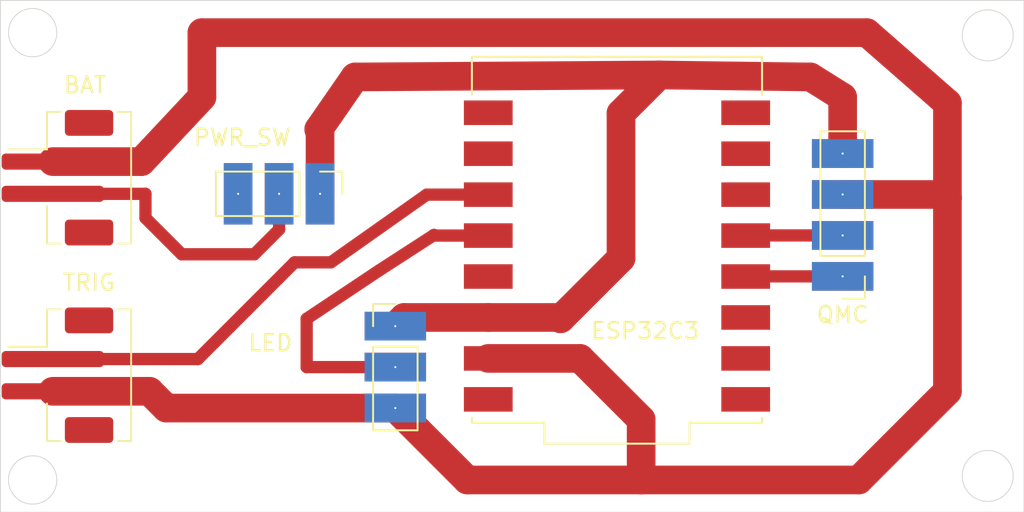
<source format=kicad_pcb>
(kicad_pcb (version 20241229) (generator "pcbnew") (generator_version "9.0")
  (layers (0 "F.Cu" signal) (2 "B.Cu" signal) (13 "F.Paste" user) (15 "B.Paste" user) (5 "F.SilkS" user "F.Silkscreen") (7 "B.SilkS" user "B.Silkscreen") (1 "F.Mask" user) (3 "B.Mask" user) (25 "Edge.Cuts" user))
  (net 0 "")
  (net 1 "GND")
  (net 2 "+3V3")
  (net 3 "SIG")
  (net 5 "SCL")
  (net 6 "SDA")
  (net 17 "Net-(J1-Pin_2)")
  (net 18 "Net-(J5-Pin_1)")
  (footprint "ESP32-C3_SUPERMINI_SMD:MODULE_ESP32-C3_SUPERMINI" (layer "F.Cu") (at 38.25 14.85 180)
    (property "Reference" "ESP32C3" (at -1.75 -5.65 0) (layer "F.SilkS"))
    (property "Value" "ESP32-C3_SUPERMINI_SMD")
    (fp_line (start 9 11.35) (end 9 9) (stroke (width 0.127)) (layer "F.SilkS"))
    (fp_line (start 9 11.35) (end -9 11.35) (stroke (width 0.127)) (layer "F.SilkS"))
    (fp_line (start 9 -11.05) (end 9 -11.35) (stroke (width 0.127)) (layer "F.SilkS"))
    (fp_line (start 9 -11.35) (end 4.5 -11.35) (stroke (width 0.127)) (layer "F.SilkS"))
    (fp_line (start 4.5 -12.65) (end 4.5 -11.35) (stroke (width 0.127)) (layer "F.SilkS"))
    (fp_line (start 4.5 -12.65) (end -4.5 -12.65) (stroke (width 0.127)) (layer "F.SilkS"))
    (fp_line (start -4.5 -11.35) (end -9 -11.35) (stroke (width 0.127)) (layer "F.SilkS"))
    (fp_line (start -4.5 -12.65) (end -4.5 -11.35) (stroke (width 0.127)) (layer "F.SilkS"))
    (fp_line (start -9 11.35) (end -9 9) (stroke (width 0.127)) (layer "F.SilkS"))
    (fp_line (start -9 -11.05) (end -9 -11.35) (stroke (width 0.127)) (layer "F.SilkS"))
    (pad "0" smd rect (at 7.985 7.88 180) (size 3.025 1.524) (layers "F.Cu" "F.Mask" "F.Paste"))
    (pad "1" smd rect (at 7.985 5.34 180) (size 3.025 1.524) (layers "F.Cu" "F.Mask" "F.Paste"))
    (pad "2" smd rect (at 7.985 2.8 180) (size 3.025 1.524) (layers "F.Cu" "F.Mask" "F.Paste") (net 18 "Net-(J5-Pin_1)"))
    (pad "3" smd rect (at 7.985 0.26 180) (size 3.025 1.524) (layers "F.Cu" "F.Mask" "F.Paste") (net 3 "SIG"))
    (pad "3.3" smd rect (at 7.985 -4.82 180) (size 3.025 1.524) (layers "F.Cu" "F.Mask" "F.Paste") (net 2 "+3V3"))
    (pad "4" smd rect (at 7.985 -2.28 180) (size 3.025 1.524) (layers "F.Cu" "F.Mask" "F.Paste"))
    (pad "5" smd rect (at -7.985 -9.9 180) (size 3.025 1.524) (layers "F.Cu" "F.Mask" "F.Paste"))
    (pad "5V" smd rect (at 7.985 -9.9 180) (size 3.025 1.524) (layers "F.Cu" "F.Mask" "F.Paste"))
    (pad "6" smd rect (at -7.985 -7.36 180) (size 3.025 1.524) (layers "F.Cu" "F.Mask" "F.Paste"))
    (pad "7" smd rect (at -7.985 -4.82 180) (size 3.025 1.524) (layers "F.Cu" "F.Mask" "F.Paste"))
    (pad "8" smd rect (at -7.985 -2.28 180) (size 3.025 1.524) (layers "F.Cu" "F.Mask" "F.Paste") (net 6 "SDA"))
    (pad "9" smd rect (at -7.985 0.26 180) (size 3.025 1.524) (layers "F.Cu" "F.Mask" "F.Paste") (net 5 "SCL"))
    (pad "10" smd rect (at -7.985 2.8 180) (size 3.025 1.524) (layers "F.Cu" "F.Mask" "F.Paste"))
    (pad "20" smd rect (at -7.985 5.34 180) (size 3.025 1.524) (layers "F.Cu" "F.Mask" "F.Paste"))
    (pad "21" smd rect (at -7.985 7.88 180) (size 3.025 1.524) (layers "F.Cu" "F.Mask" "F.Paste"))
    (pad "G" smd rect (at 7.985 -7.36 180) (size 3.025 1.524) (layers "F.Cu" "F.Mask" "F.Paste") (net 1 "GND"))
  )
  (footprint "Connector_PinHeader_2.54mm:PinHeader_1x03_P2.54mm_Vertical" (layer "F.Cu") (at 19.83 12 -90)
    (property "Reference" "PWR_SW" (at -3.5 4.83 0) (layer "F.SilkS"))
    (property "Value" "PWR_SW")
    (fp_line (start -1.38 6.46) (end 1.38 6.46) (stroke (width 0.12)) (layer "F.SilkS"))
    (fp_line (start -1.38 1.27) (end -1.38 6.46) (stroke (width 0.12)) (layer "F.SilkS"))
    (fp_line (start -1.38 1.27) (end 1.38 1.27) (stroke (width 0.12)) (layer "F.SilkS"))
    (fp_line (start 1.38 1.27) (end 1.38 6.46) (stroke (width 0.12)) (layer "F.SilkS"))
    (fp_line (start -1.38 0) (end -1.38 -1.38) (stroke (width 0.12)) (layer "F.SilkS"))
    (fp_line (start -1.38 -1.38) (end 0 -1.38) (stroke (width 0.12)) (layer "F.SilkS"))
    (pad "1" thru_hole rect (at 0 0 270) (size 3.81 1.778) (drill 0.127) (layers "*.Cu" "*.Mask") (net 2 "+3V3"))
    (pad "2" thru_hole rect (at 0 2.54 270) (size 3.81 1.778) (drill 0.127) (layers "*.Cu" "*.Mask") (net 17 "Net-(J1-Pin_2)"))
    (pad "3" thru_hole rect (at 0 5.08 270) (size 3.81 1.778) (drill 0.127) (layers "*.Cu" "*.Mask"))
  )
  (footprint "Connector_JST:JST_PH_B2B-PH-SM4-TB_1x02-1MP_P2.00mm_Vertical" (layer "F.Cu") (at 3.75 23.25 -90)
    (property "Reference" "TRIG" (at -5.75 -1.75 0) (layer "F.SilkS"))
    (property "Value" "TRIG")
    (fp_line (start -4.085 0.86) (end -1.76 0.86) (stroke (width 0.12)) (layer "F.SilkS"))
    (fp_line (start -1.76 0.86) (end -1.76 3.25) (stroke (width 0.12)) (layer "F.SilkS"))
    (fp_line (start 4.085 0.86) (end 1.76 0.86) (stroke (width 0.12)) (layer "F.SilkS"))
    (fp_line (start -4.085 0.01) (end -4.085 0.86) (stroke (width 0.12)) (layer "F.SilkS"))
    (fp_line (start 4.085 0.01) (end 4.085 0.86) (stroke (width 0.12)) (layer "F.SilkS"))
    (fp_line (start -4.085 -3.51) (end -4.085 -4.36) (stroke (width 0.12)) (layer "F.SilkS"))
    (fp_line (start -4.085 -4.36) (end 4.085 -4.36) (stroke (width 0.12)) (layer "F.SilkS"))
    (fp_line (start 4.085 -4.36) (end 4.085 -3.51) (stroke (width 0.12)) (layer "F.SilkS"))
    (pad "1" smd roundrect (at -1 0.5 270) (size 1 6.35) (layers "F.Cu" "F.Mask" "F.Paste") (net 18 "Net-(J5-Pin_1)"))
    (pad "2" smd roundrect (at 1 0.5 270) (size 1 6.35) (layers "F.Cu" "F.Mask" "F.Paste") (net 1 "GND"))
    (pad "MP" smd roundrect (at -3.4 -1.75 270) (size 1.6 3) (layers "F.Cu" "F.Mask" "F.Paste") (roundrect_rratio 0.15625))
    (pad "MP" smd roundrect (at 3.4 -1.75 270) (size 1.6 3) (layers "F.Cu" "F.Mask" "F.Paste") (roundrect_rratio 0.15625))
  )
  (footprint "Connector_JST:JST_PH_B2B-PH-SM4-TB_1x02-1MP_P2.00mm_Vertical" (layer "F.Cu") (at 3.75 11 -90)
    (property "Reference" "BAT" (at -5.75 -1.5 0) (layer "F.SilkS"))
    (property "Value" "BAT")
    (fp_line (start -4.085 0.86) (end -1.76 0.86) (stroke (width 0.12)) (layer "F.SilkS"))
    (fp_line (start -1.76 0.86) (end -1.76 3.25) (stroke (width 0.12)) (layer "F.SilkS"))
    (fp_line (start 4.085 0.86) (end 1.76 0.86) (stroke (width 0.12)) (layer "F.SilkS"))
    (fp_line (start -4.085 0.01) (end -4.085 0.86) (stroke (width 0.12)) (layer "F.SilkS"))
    (fp_line (start 4.085 0.01) (end 4.085 0.86) (stroke (width 0.12)) (layer "F.SilkS"))
    (fp_line (start -4.085 -3.51) (end -4.085 -4.36) (stroke (width 0.12)) (layer "F.SilkS"))
    (fp_line (start -4.085 -4.36) (end 4.085 -4.36) (stroke (width 0.12)) (layer "F.SilkS"))
    (fp_line (start 4.085 -4.36) (end 4.085 -3.51) (stroke (width 0.12)) (layer "F.SilkS"))
    (pad "1" smd roundrect (at -1 0.5 270) (size 1 6.35) (layers "F.Cu" "F.Mask" "F.Paste") (net 1 "GND"))
    (pad "2" smd roundrect (at 1 0.5 270) (size 1 6.35) (layers "F.Cu" "F.Mask" "F.Paste") (net 17 "Net-(J1-Pin_2)"))
    (pad "MP" smd roundrect (at -3.4 -1.75 270) (size 1.6 3) (layers "F.Cu" "F.Mask" "F.Paste") (roundrect_rratio 0.15625))
    (pad "MP" smd roundrect (at 3.4 -1.75 270) (size 1.6 3) (layers "F.Cu" "F.Mask" "F.Paste") (roundrect_rratio 0.15625))
  )
  (footprint "Connector_PinHeader_2.54mm:PinHeader_1x04_P2.54mm_Vertical" (layer "F.Cu") (at 52.25 17.12 180)
    (property "Reference" "QMC" (at 0 -2.38 0) (layer "F.SilkS"))
    (property "Value" "QMC5833")
    (fp_line (start 1.38 1.27) (end 1.38 9) (stroke (width 0.12)) (layer "F.SilkS"))
    (fp_line (start -1.38 9) (end 1.38 9) (stroke (width 0.12)) (layer "F.SilkS"))
    (fp_line (start -1.38 1.27) (end 1.38 1.27) (stroke (width 0.12)) (layer "F.SilkS"))
    (fp_line (start -1.38 1.27) (end -1.38 9) (stroke (width 0.12)) (layer "F.SilkS"))
    (fp_line (start -1.38 0) (end -1.38 -1.38) (stroke (width 0.12)) (layer "F.SilkS"))
    (fp_line (start -1.38 -1.38) (end 0 -1.38) (stroke (width 0.12)) (layer "F.SilkS"))
    (pad "1" thru_hole rect (at 0 0 180) (size 3.81 1.778) (drill 0.127) (layers "*.Cu" "*.Mask") (net 6 "SDA"))
    (pad "2" thru_hole rect (at 0 2.54 180) (size 3.81 1.778) (drill 0.127) (layers "*.Cu" "*.Mask") (net 5 "SCL"))
    (pad "3" thru_hole rect (at 0 5.08 180) (size 3.81 1.778) (drill 0.127) (layers "*.Cu" "*.Mask") (net 1 "GND"))
    (pad "4" thru_hole rect (at 0 7.62 180) (size 3.81 1.778) (drill 0.127) (layers "*.Cu" "*.Mask") (net 2 "+3V3"))
  )
  (footprint "Connector_PinHeader_2.54mm:PinHeader_1x03_P2.54mm_Vertical" (layer "F.Cu") (at 24.5 20.21)
    (property "Reference" "LED" (at -7.75 1.04 0) (layer "F.SilkS"))
    (property "Value" "LED_NEOPIXEL")
    (fp_line (start -1.38 -1.38) (end 0 -1.38) (stroke (width 0.12)) (layer "F.SilkS"))
    (fp_line (start -1.38 0) (end -1.38 -1.38) (stroke (width 0.12)) (layer "F.SilkS"))
    (fp_line (start -1.38 1.27) (end -1.38 6.46) (stroke (width 0.12)) (layer "F.SilkS"))
    (fp_line (start -1.38 1.27) (end 1.38 1.27) (stroke (width 0.12)) (layer "F.SilkS"))
    (fp_line (start -1.38 6.46) (end 1.38 6.46) (stroke (width 0.12)) (layer "F.SilkS"))
    (fp_line (start 1.38 1.27) (end 1.38 6.46) (stroke (width 0.12)) (layer "F.SilkS"))
    (pad "1" thru_hole rect (at 0 0) (size 3.81 1.778) (drill 0.127) (layers "*.Cu" "*.Mask") (net 2 "+3V3"))
    (pad "2" thru_hole rect (at 0 2.54) (size 3.81 1.778) (drill 0.127) (layers "*.Cu" "*.Mask") (net 3 "SIG"))
    (pad "3" thru_hole rect (at 0 5.08) (size 3.81 1.778) (drill 0.127) (layers "*.Cu" "*.Mask") (net 1 "GND"))
  )
  (gr_circle (center 2 29.75) (end 2 28.25) (stroke (width 0.05)) (fill no) (layer "Edge.Cuts"))
  (gr_circle (center 2 2) (end 2 0.5) (stroke (width 0.05)) (fill no) (layer "Edge.Cuts"))
  (gr_circle (center 61.25 2.168861) (end 59.75 2.668861) (stroke (width 0.05)) (fill no) (layer "Edge.Cuts"))
  (gr_rect (start 0 0) (end 63.5 31.75) (stroke (width 0.05)) (fill no) (layer "Edge.Cuts"))
  (gr_circle (center 61.25 29.5) (end 60.75 28) (stroke (width 0.05)) (fill no) (layer "Edge.Cuts"))
  (segment (start 9.25 24.25) (end 3.25 24.25) (width 1.778) (layer "F.Cu") (net 1))
  (segment (start 58.75 24.25) (end 58.75 12.25) (width 1.778) (layer "F.Cu") (net 1))
  (segment (start 58.54 12.04) (end 52.25 12.04) (width 1.778) (layer "F.Cu") (net 1))
  (segment (start 8.75 10) (end 3.25 10) (width 1.778) (layer "F.Cu") (net 1))
  (segment (start 39.75 26) (end 35.96 22.21) (width 1.778) (layer "F.Cu") (net 1))
  (segment (start 39.75 29.75) (end 39.75 26) (width 1.778) (layer "F.Cu") (net 1))
  (segment (start 58.75 12.25) (end 58.54 12.04) (width 1.778) (layer "F.Cu") (net 1))
  (segment (start 10.29 25.29) (end 9.25 24.25) (width 1.778) (layer "F.Cu") (net 1))
  (segment (start 58.75 6.371) (end 53.75 2) (width 1.778) (layer "F.Cu") (net 1))
  (segment (start 12.5 2) (end 12.5 6) (width 1.778) (layer "F.Cu") (net 1))
  (segment (start 58.75 12.25) (end 58.75 6.371) (width 1.778) (layer "F.Cu") (net 1))
  (segment (start 28.96 29.75) (end 24.5 25.29) (width 1.778) (layer "F.Cu") (net 1))
  (segment (start 53.75 2) (end 12.5 2) (width 1.778) (layer "F.Cu") (net 1))
  (segment (start 39.75 29.75) (end 53.25 29.75) (width 1.778) (layer "F.Cu") (net 1))
  (segment (start 39.75 29.75) (end 28.96 29.75) (width 1.778) (layer "F.Cu") (net 1))
  (segment (start 12.5 6) (end 8.75 10) (width 1.778) (layer "F.Cu") (net 1))
  (segment (start 24.5 25.29) (end 10.29 25.29) (width 1.778) (layer "F.Cu") (net 1))
  (segment (start 53.25 29.75) (end 58.75 24.25) (width 1.778) (layer "F.Cu") (net 1))
  (segment (start 35.96 22.21) (end 30.265 22.21) (width 1.778) (layer "F.Cu") (net 1))
  (segment (start 40.875 4.625) (end 38.5 7) (width 1.778) (layer "F.Cu") (net 2))
  (segment (start 38.5 16) (end 34.75 19.75) (width 1.778) (layer "F.Cu") (net 2))
  (segment (start 50.25 4.75) (end 40.875 4.625) (width 1.778) (layer "F.Cu") (net 2))
  (segment (start 22 4.75) (end 19.75 8) (width 1.778) (layer "F.Cu") (net 2))
  (segment (start 19.75 8) (end 19.83 8.08) (width 1.778) (layer "F.Cu") (net 2))
  (segment (start 34.75 19.75) (end 34.67 19.67) (width 1.778) (layer "F.Cu") (net 2))
  (segment (start 52.25 9.5) (end 52.25 6) (width 1.778) (layer "F.Cu") (net 2))
  (segment (start 52.25 6) (end 50.25 4.75) (width 1.778) (layer "F.Cu") (net 2))
  (segment (start 34.67 19.67) (end 30.265 19.67) (width 1.778) (layer "F.Cu") (net 2))
  (segment (start 25.04 19.67) (end 30.265 19.67) (width 1.778) (layer "F.Cu") (net 2))
  (segment (start 24.5 20.21) (end 25.04 19.67) (width 1.778) (layer "F.Cu") (net 2))
  (segment (start 38.5 7) (end 38.5 16) (width 1.778) (layer "F.Cu") (net 2))
  (segment (start 40.875 4.625) (end 22 4.75) (width 1.778) (layer "F.Cu") (net 2))
  (segment (start 19.83 8.08) (end 19.83 12) (width 1.778) (layer "F.Cu") (net 2))
  (segment (start 19 22.75) (end 19 19.75) (width 0.762) (layer "F.Cu") (net 3))
  (segment (start 24.5 22.75) (end 19 22.75) (width 0.762) (layer "F.Cu") (net 3))
  (segment (start 26.84 14.59) (end 30.265 14.59) (width 0.762) (layer "F.Cu") (net 3))
  (segment (start 19 19.75) (end 23.5 16.75) (width 0.762) (layer "F.Cu") (net 3))
  (segment (start 23.5 16.75) (end 26.9 14.55) (width 0.762) (layer "F.Cu") (net 3))
  (segment (start 26.9 14.55) (end 26.84 14.59) (width 0.762) (layer "F.Cu") (net 3))
  (segment (start 46.305 14.52) (end 46.235 14.59) (width 0.762) (layer "F.Cu") (net 5))
  (segment (start 46.245 14.58) (end 46.235 14.59) (width 0.762) (layer "F.Cu") (net 5))
  (segment (start 52.25 14.58) (end 46.245 14.58) (width 0.762) (layer "F.Cu") (net 5))
  (segment (start 52.25 17.12) (end 46.245 17.12) (width 0.762) (layer "F.Cu") (net 6))
  (segment (start 46.305 17.06) (end 46.235 17.13) (width 0.762) (layer "F.Cu") (net 6))
  (segment (start 46.245 17.12) (end 46.235 17.13) (width 0.762) (layer "F.Cu") (net 6))
  (segment (start 9 13.5) (end 9 12) (width 0.762) (layer "F.Cu") (net 17))
  (segment (start 15.75 15.75) (end 11.25 15.75) (width 0.762) (layer "F.Cu") (net 17))
  (segment (start 9 12) (end 3.25 12) (width 0.762) (layer "F.Cu") (net 17))
  (segment (start 17.29 14.21) (end 15.75 15.75) (width 0.762) (layer "F.Cu") (net 17))
  (segment (start 17.29 12) (end 17.29 14.21) (width 0.762) (layer "F.Cu") (net 17))
  (segment (start 11.25 15.75) (end 9 13.5) (width 0.762) (layer "F.Cu") (net 17))
  (segment (start 18.25 16.25) (end 12.25 22.25) (width 0.762) (layer "F.Cu") (net 18))
  (segment (start 12.25 22.25) (end 3.25 22.25) (width 0.762) (layer "F.Cu") (net 18))
  (segment (start 20.5 16.25) (end 18.25 16.25) (width 0.762) (layer "F.Cu") (net 18))
  (segment (start 30.265 12.05) (end 26.45 12.05) (width 0.762) (layer "F.Cu") (net 18))
  (segment (start 26.45 12.05) (end 20.5 16.25) (width 0.762) (layer "F.Cu") (net 18))
)
</source>
